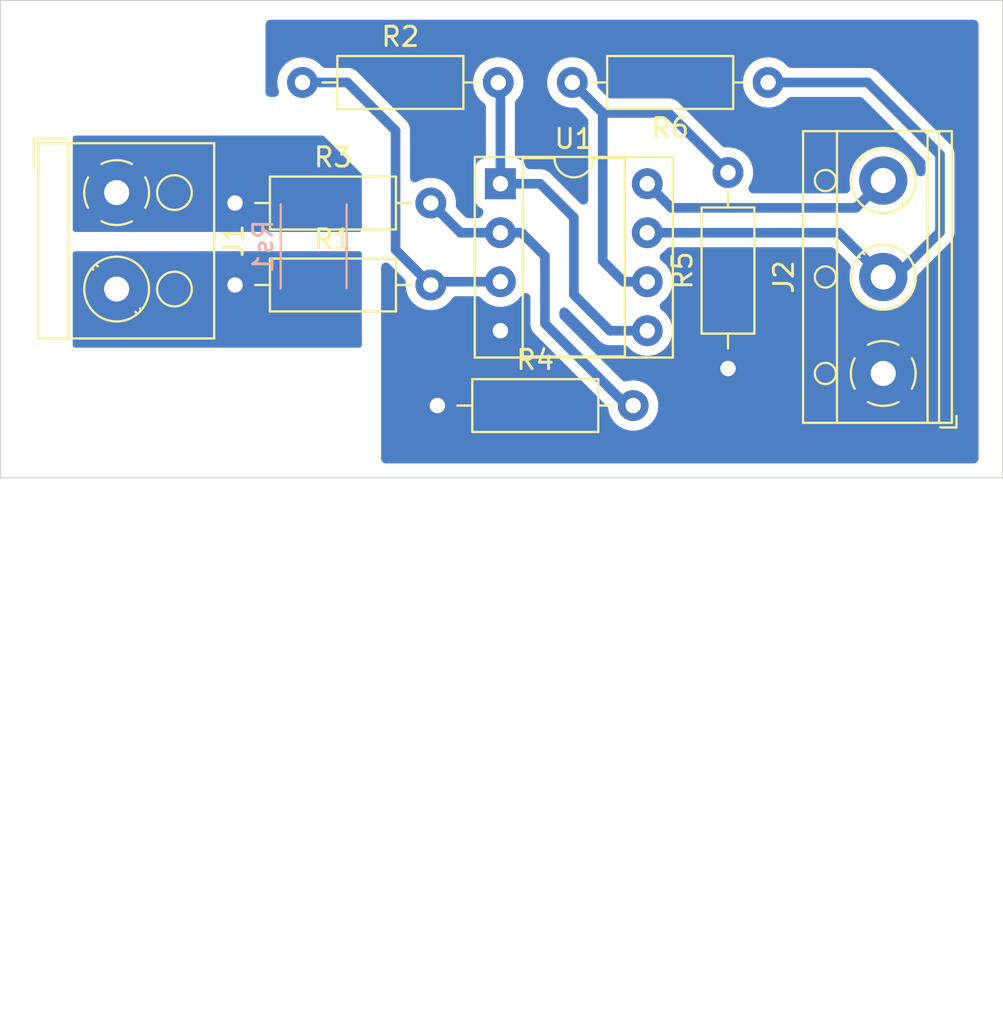
<source format=kicad_pcb>
(kicad_pcb (version 20241030) (generator "pcbnew") (generator_version "8.99")
  (layers (0 "F.Cu" signal) (2 "B.Cu" signal) (13 "F.Paste" user) (15 "B.Paste" user) (5 "F.SilkS" user "F.Silkscreen") (7 "B.SilkS" user "B.Silkscreen") (1 "F.Mask" user) (3 "B.Mask" user) (25 "Edge.Cuts" user))
  (net 0 "")
  (net 1 "VSS")
  (net 2 "U_opv1")
  (net 3 "U_opv2")
  (net 4 "Net-(J1-Pin_1)")
  (net 5 "Net-(U1A-+)")
  (net 6 "Net-(J1-Pin_2)")
  (net 7 "GND")
  (net 8 "Net-(U1B--)")
  (net 9 "Net-(U1A--)")
  (footprint "Resistor_THT:R_Axial_DIN0207_L6.3mm_D2.5mm_P10.16mm_Horizontal" (layer "F.Cu") (at 132.42 110.5)
    (property "Reference" "R3" (at 5.08 -2.37 0) (layer "F.SilkS"))
    (property "Value" "1k")
    (fp_line (start 1.04 0) (end 1.81 0) (stroke (width 0.12)) (layer "F.SilkS"))
    (fp_line (start 1.81 -1.37) (end 1.81 1.37) (stroke (width 0.12)) (layer "F.SilkS"))
    (fp_line (start 1.81 1.37) (end 8.35 1.37) (stroke (width 0.12)) (layer "F.SilkS"))
    (fp_line (start 8.35 -1.37) (end 1.81 -1.37) (stroke (width 0.12)) (layer "F.SilkS"))
    (fp_line (start 8.35 1.37) (end 8.35 -1.37) (stroke (width 0.12)) (layer "F.SilkS"))
    (fp_line (start 9.12 0) (end 8.35 0) (stroke (width 0.12)) (layer "F.SilkS"))
    (pad "1" thru_hole circle (at 0 0) (size 1.6 1.6) (drill 0.8) (layers "*.Cu" "*.Mask") (net 4 "Net-(J1-Pin_1)"))
    (pad "2" thru_hole oval (at 10.16 0) (size 1.6 1.6) (drill 0.8) (layers "*.Cu" "*.Mask") (net 9 "Net-(U1A--)"))
  )
  (footprint "Resistor_THT:R_Axial_DIN0207_L6.3mm_D2.5mm_P10.16mm_Horizontal" (layer "F.Cu") (at 160.08 104.25 180)
    (property "Reference" "R6" (at 5.08 -2.37 0) (layer "F.SilkS"))
    (property "Value" "12k")
    (fp_line (start 9.12 0) (end 8.35 0) (stroke (width 0.12)) (layer "F.SilkS"))
    (fp_line (start 8.35 1.37) (end 8.35 -1.37) (stroke (width 0.12)) (layer "F.SilkS"))
    (fp_line (start 8.35 -1.37) (end 1.81 -1.37) (stroke (width 0.12)) (layer "F.SilkS"))
    (fp_line (start 1.81 1.37) (end 8.35 1.37) (stroke (width 0.12)) (layer "F.SilkS"))
    (fp_line (start 1.81 -1.37) (end 1.81 1.37) (stroke (width 0.12)) (layer "F.SilkS"))
    (fp_line (start 1.04 0) (end 1.81 0) (stroke (width 0.12)) (layer "F.SilkS"))
    (pad "1" thru_hole circle (at 0 0 180) (size 1.6 1.6) (drill 0.8) (layers "*.Cu" "*.Mask") (net 2 "U_opv1"))
    (pad "2" thru_hole oval (at 10.16 0 180) (size 1.6 1.6) (drill 0.8) (layers "*.Cu" "*.Mask") (net 8 "Net-(U1B--)"))
  )
  (footprint "Package_DIP:DIP-8_W7.62mm_Socket" (layer "F.Cu") (at 146.19 109.5)
    (property "Reference" "U1" (at 3.81 -2.33 0) (layer "F.SilkS"))
    (property "Value" "LM358")
    (fp_line (start -1.33 -1.39) (end -1.33 9.01) (stroke (width 0.12)) (layer "F.SilkS"))
    (fp_line (start -1.33 9.01) (end 8.95 9.01) (stroke (width 0.12)) (layer "F.SilkS"))
    (fp_line (start 1.16 -1.33) (end 1.16 8.95) (stroke (width 0.12)) (layer "F.SilkS"))
    (fp_line (start 1.16 8.95) (end 6.46 8.95) (stroke (width 0.12)) (layer "F.SilkS"))
    (fp_line (start 2.81 -1.33) (end 1.16 -1.33) (stroke (width 0.12)) (layer "F.SilkS"))
    (fp_line (start 6.46 -1.33) (end 4.81 -1.33) (stroke (width 0.12)) (layer "F.SilkS"))
    (fp_line (start 6.46 8.95) (end 6.46 -1.33) (stroke (width 0.12)) (layer "F.SilkS"))
    (fp_line (start 8.95 -1.39) (end -1.33 -1.39) (stroke (width 0.12)) (layer "F.SilkS"))
    (fp_line (start 8.95 9.01) (end 8.95 -1.39) (stroke (width 0.12)) (layer "F.SilkS"))
    (fp_arc (start 4.81 -1.33) (mid 3.81 -0.33) (end 2.81 -1.33) (stroke (width 0.12)) (layer "F.SilkS"))
    (pad "1" thru_hole rect (at 0 0) (size 1.6 1.6) (drill 0.8) (layers "*.Cu" "*.Mask") (net 3 "U_opv2"))
    (pad "2" thru_hole oval (at 0 2.54) (size 1.6 1.6) (drill 0.8) (layers "*.Cu" "*.Mask") (net 9 "Net-(U1A--)"))
    (pad "3" thru_hole oval (at 0 5.08) (size 1.6 1.6) (drill 0.8) (layers "*.Cu" "*.Mask") (net 5 "Net-(U1A-+)"))
    (pad "4" thru_hole oval (at 0 7.62) (size 1.6 1.6) (drill 0.8) (layers "*.Cu" "*.Mask") (net 7 "GND"))
    (pad "5" thru_hole oval (at 7.62 7.62) (size 1.6 1.6) (drill 0.8) (layers "*.Cu" "*.Mask") (net 3 "U_opv2"))
    (pad "6" thru_hole oval (at 7.62 5.08) (size 1.6 1.6) (drill 0.8) (layers "*.Cu" "*.Mask") (net 8 "Net-(U1B--)"))
    (pad "7" thru_hole oval (at 7.62 2.54) (size 1.6 1.6) (drill 0.8) (layers "*.Cu" "*.Mask") (net 2 "U_opv1"))
    (pad "8" thru_hole oval (at 7.62 0) (size 1.6 1.6) (drill 0.8) (layers "*.Cu" "*.Mask") (net 1 "VSS"))
  )
  (footprint "TerminalBlock_RND:TerminalBlock_RND_205-00013_1x03_P5.00mm_Horizontal" (layer "F.Cu") (at 166.055 119.335 90)
    (property "Reference" "J2" (at 5 -5.16 90) (layer "F.SilkS"))
    (property "Value" "Screw_Terminal_01x03")
    (fp_line (start 12.56 -4.16) (end 12.56 3.561) (stroke (width 0.12)) (layer "F.SilkS"))
    (fp_line (start -2.56 -4.16) (end 12.56 -4.16) (stroke (width 0.12)) (layer "F.SilkS"))
    (fp_line (start -2.56 -4.16) (end -2.56 3.561) (stroke (width 0.12)) (layer "F.SilkS"))
    (fp_line (start -2.56 -2.4) (end 12.56 -2.4) (stroke (width 0.12)) (layer "F.SilkS"))
    (fp_line (start 11.07 -1.275) (end 11.011 -1.216) (stroke (width 0.12)) (layer "F.SilkS"))
    (fp_line (start 6.07 -1.275) (end 6.011 -1.216) (stroke (width 0.12)) (layer "F.SilkS"))
    (fp_line (start 11.275 -1.069) (end 11.181 -0.976) (stroke (width 0.12)) (layer "F.SilkS"))
    (fp_line (start 6.275 -1.069) (end 6.181 -0.976) (stroke (width 0.12)) (layer "F.SilkS"))
    (fp_line (start 8.82 0.976) (end 8.726 1.069) (stroke (width 0.12)) (layer "F.SilkS"))
    (fp_line (start 3.82 0.976) (end 3.726 1.069) (stroke (width 0.12)) (layer "F.SilkS"))
    (fp_line (start 8.99 1.216) (end 8.931 1.274) (stroke (width 0.12)) (layer "F.SilkS"))
    (fp_line (start 3.99 1.216) (end 3.931 1.274) (stroke (width 0.12)) (layer "F.SilkS"))
    (fp_line (start -2.56 2.3) (end 12.56 2.3) (stroke (width 0.12)) (layer "F.SilkS"))
    (fp_line (start -2.56 2.9) (end 12.56 2.9) (stroke (width 0.12)) (layer "F.SilkS"))
    (fp_line (start -2.8 2.96) (end -2.8 3.8) (stroke (width 0.12)) (layer "F.SilkS"))
    (fp_line (start -2.56 3.561) (end 12.56 3.561) (stroke (width 0.12)) (layer "F.SilkS"))
    (fp_line (start -2.8 3.8) (end -2.2 3.8) (stroke (width 0.12)) (layer "F.SilkS"))
    (fp_arc (start -0.789089 -1.483953) (mid -0.00005 -1.680708) (end 0.789 -1.484) (stroke (width 0.12)) (layer "F.SilkS"))
    (fp_arc (start 1.483953 -0.789089) (mid 1.680708 -0.00005) (end 1.484 0.789) (stroke (width 0.12)) (layer "F.SilkS"))
    (fp_arc (start -1.483953 0.789089) (mid -1.680708 0.00005) (end -1.484 -0.789) (stroke (width 0.12)) (layer "F.SilkS"))
    (fp_arc (start 0.788712 1.483352) (mid 0.406429 1.630097) (end 0 1.68) (stroke (width 0.12)) (layer "F.SilkS"))
    (fp_arc (start 0.029383 1.68045) (mid -0.392304 1.634281) (end -0.789 1.484) (stroke (width 0.12)) (layer "F.SilkS"))
    (fp_circle (center 10 -3) (end 10.55 -3) (stroke (width 0.12)) (fill none) (layer "F.SilkS"))
    (fp_circle (center 5 -3) (end 5.55 -3) (stroke (width 0.12)) (fill none) (layer "F.SilkS"))
    (fp_circle (center 0 -3) (end 0.55 -3) (stroke (width 0.12)) (fill none) (layer "F.SilkS"))
    (fp_circle (center 10 0) (end 11.68 0) (stroke (width 0.12)) (fill none) (layer "F.SilkS"))
    (fp_circle (center 5 0) (end 6.68 0) (stroke (width 0.12)) (fill none) (layer "F.SilkS"))
    (pad "1" thru_hole rect (at 0 0 90) (size 2.5 2.5) (drill 1.3) (layers "*.Cu" "*.Mask") (net 7 "GND"))
    (pad "2" thru_hole circle (at 5 0 90) (size 2.5 2.5) (drill 1.3) (layers "*.Cu" "*.Mask") (net 2 "U_opv1"))
    (pad "3" thru_hole circle (at 10 0 90) (size 2.5 2.5) (drill 1.3) (layers "*.Cu" "*.Mask") (net 1 "VSS"))
  )
  (footprint "Resistor_THT:R_Axial_DIN0207_L6.3mm_D2.5mm_P10.16mm_Horizontal" (layer "F.Cu") (at 132.42 114.75)
    (property "Reference" "R1" (at 5.08 -2.37 0) (layer "F.SilkS"))
    (property "Value" "1k")
    (fp_line (start 1.04 0) (end 1.81 0) (stroke (width 0.12)) (layer "F.SilkS"))
    (fp_line (start 1.81 -1.37) (end 1.81 1.37) (stroke (width 0.12)) (layer "F.SilkS"))
    (fp_line (start 1.81 1.37) (end 8.35 1.37) (stroke (width 0.12)) (layer "F.SilkS"))
    (fp_line (start 8.35 -1.37) (end 1.81 -1.37) (stroke (width 0.12)) (layer "F.SilkS"))
    (fp_line (start 8.35 1.37) (end 8.35 -1.37) (stroke (width 0.12)) (layer "F.SilkS"))
    (fp_line (start 9.12 0) (end 8.35 0) (stroke (width 0.12)) (layer "F.SilkS"))
    (pad "1" thru_hole circle (at 0 0) (size 1.6 1.6) (drill 0.8) (layers "*.Cu" "*.Mask") (net 6 "Net-(J1-Pin_2)"))
    (pad "2" thru_hole oval (at 10.16 0) (size 1.6 1.6) (drill 0.8) (layers "*.Cu" "*.Mask") (net 5 "Net-(U1A-+)"))
  )
  (footprint "Resistor_THT:R_Axial_DIN0207_L6.3mm_D2.5mm_P10.16mm_Horizontal" (layer "F.Cu") (at 158 119.08 90)
    (property "Reference" "R5" (at 5.08 -2.37 90) (layer "F.SilkS"))
    (property "Value" "1k")
    (fp_line (start 8.35 -1.37) (end 1.81 -1.37) (stroke (width 0.12)) (layer "F.SilkS"))
    (fp_line (start 1.81 -1.37) (end 1.81 1.37) (stroke (width 0.12)) (layer "F.SilkS"))
    (fp_line (start 9.12 0) (end 8.35 0) (stroke (width 0.12)) (layer "F.SilkS"))
    (fp_line (start 1.04 0) (end 1.81 0) (stroke (width 0.12)) (layer "F.SilkS"))
    (fp_line (start 8.35 1.37) (end 8.35 -1.37) (stroke (width 0.12)) (layer "F.SilkS"))
    (fp_line (start 1.81 1.37) (end 8.35 1.37) (stroke (width 0.12)) (layer "F.SilkS"))
    (pad "1" thru_hole circle (at 0 0 90) (size 1.6 1.6) (drill 0.8) (layers "*.Cu" "*.Mask") (net 7 "GND"))
    (pad "2" thru_hole oval (at 10.16 0 90) (size 1.6 1.6) (drill 0.8) (layers "*.Cu" "*.Mask") (net 8 "Net-(U1B--)"))
  )
  (footprint "Resistor_THT:R_Axial_DIN0207_L6.3mm_D2.5mm_P10.16mm_Horizontal" (layer "F.Cu") (at 135.92 104.25)
    (property "Reference" "R2" (at 5.08 -2.37 0) (layer "F.SilkS"))
    (property "Value" "4k7")
    (fp_line (start 1.04 0) (end 1.81 0) (stroke (width 0.12)) (layer "F.SilkS"))
    (fp_line (start 1.81 -1.37) (end 1.81 1.37) (stroke (width 0.12)) (layer "F.SilkS"))
    (fp_line (start 1.81 1.37) (end 8.35 1.37) (stroke (width 0.12)) (layer "F.SilkS"))
    (fp_line (start 8.35 -1.37) (end 1.81 -1.37) (stroke (width 0.12)) (layer "F.SilkS"))
    (fp_line (start 8.35 1.37) (end 8.35 -1.37) (stroke (width 0.12)) (layer "F.SilkS"))
    (fp_line (start 9.12 0) (end 8.35 0) (stroke (width 0.12)) (layer "F.SilkS"))
    (pad "1" thru_hole circle (at 0 0) (size 1.6 1.6) (drill 0.8) (layers "*.Cu" "*.Mask") (net 5 "Net-(U1A-+)"))
    (pad "2" thru_hole oval (at 10.16 0) (size 1.6 1.6) (drill 0.8) (layers "*.Cu" "*.Mask") (net 3 "U_opv2"))
  )
  (footprint "Resistor_THT:R_Axial_DIN0207_L6.3mm_D2.5mm_P10.16mm_Horizontal" (layer "F.Cu") (at 142.92 121)
    (property "Reference" "R4" (at 5.08 -2.37 0) (layer "F.SilkS"))
    (property "Value" "4k7")
    (fp_line (start 1.04 0) (end 1.81 0) (stroke (width 0.12)) (layer "F.SilkS"))
    (fp_line (start 1.81 -1.37) (end 1.81 1.37) (stroke (width 0.12)) (layer "F.SilkS"))
    (fp_line (start 1.81 1.37) (end 8.35 1.37) (stroke (width 0.12)) (layer "F.SilkS"))
    (fp_line (start 8.35 -1.37) (end 1.81 -1.37) (stroke (width 0.12)) (layer "F.SilkS"))
    (fp_line (start 8.35 1.37) (end 8.35 -1.37) (stroke (width 0.12)) (layer "F.SilkS"))
    (fp_line (start 9.12 0) (end 8.35 0) (stroke (width 0.12)) (layer "F.SilkS"))
    (pad "1" thru_hole circle (at 0 0) (size 1.6 1.6) (drill 0.8) (layers "*.Cu" "*.Mask") (net 7 "GND"))
    (pad "2" thru_hole oval (at 10.16 0) (size 1.6 1.6) (drill 0.8) (layers "*.Cu" "*.Mask") (net 9 "Net-(U1A--)"))
  )
  (footprint "TerminalBlock_RND:TerminalBlock_RND_205-00001_1x02_P5.00mm_Horizontal" (layer "F.Cu") (at 126.2775 109.96 -90)
    (property "Reference" "J1" (at 2.5 -6.06 -90) (layer "F.SilkS"))
    (property "Value" "Screw_Terminal_01x02")
    (fp_line (start -2.8 4.3) (end -1.3 4.3) (stroke (width 0.12)) (layer "F.SilkS"))
    (fp_line (start -2.56 4.06) (end 7.56 4.06) (stroke (width 0.12)) (layer "F.SilkS"))
    (fp_line (start -2.8 2.56) (end -2.8 4.3) (stroke (width 0.12)) (layer "F.SilkS"))
    (fp_line (start -2.56 2.5) (end 7.56 2.5) (stroke (width 0.12)) (layer "F.SilkS"))
    (fp_line (start 3.99 1.216) (end 3.931 1.274) (stroke (width 0.12)) (layer "F.SilkS"))
    (fp_line (start 3.82 0.976) (end 3.726 1.069) (stroke (width 0.12)) (layer "F.SilkS"))
    (fp_line (start 6.275 -1.069) (end 6.181 -0.976) (stroke (width 0.12)) (layer "F.SilkS"))
    (fp_line (start 6.07 -1.275) (end 6.011 -1.216) (stroke (width 0.12)) (layer "F.SilkS"))
    (fp_line (start -2.56 -5.06) (end -2.56 4.06) (stroke (width 0.12)) (layer "F.SilkS"))
    (fp_line (start -2.56 -5.06) (end 7.56 -5.06) (stroke (width 0.12)) (layer "F.SilkS"))
    (fp_line (start 7.56 -5.06) (end 7.56 4.06) (stroke (width 0.12)) (layer "F.SilkS"))
    (fp_arc (start 0.029383 1.68045) (mid -0.392304 1.634281) (end -0.789 1.484) (stroke (width 0.12)) (layer "F.SilkS"))
    (fp_arc (start 0.788712 1.483352) (mid 0.406429 1.630097) (end 0 1.68) (stroke (width 0.12)) (layer "F.SilkS"))
    (fp_arc (start -1.483953 0.789089) (mid -1.680708 0.00005) (end -1.484 -0.789) (stroke (width 0.12)) (layer "F.SilkS"))
    (fp_arc (start 1.483953 -0.789089) (mid 1.680708 -0.00005) (end 1.484 0.789) (stroke (width 0.12)) (layer "F.SilkS"))
    (fp_arc (start -0.789089 -1.483953) (mid -0.00005 -1.680708) (end 0.789 -1.484) (stroke (width 0.12)) (layer "F.SilkS"))
    (fp_circle (center 5 0) (end 6.68 0) (stroke (width 0.12)) (fill none) (layer "F.SilkS"))
    (fp_circle (center 0 -3) (end 0.9 -3) (stroke (width 0.12)) (fill none) (layer "F.SilkS"))
    (fp_circle (center 5 -3) (end 5.9 -3) (stroke (width 0.12)) (fill none) (layer "F.SilkS"))
    (pad "1" thru_hole rect (at 0 0 270) (size 2.5 2.5) (drill 1.3) (layers "*.Cu" "*.Mask") (net 4 "Net-(J1-Pin_1)"))
    (pad "2" thru_hole circle (at 5 0 270) (size 2.5 2.5) (drill 1.3) (layers "*.Cu" "*.Mask") (net 6 "Net-(J1-Pin_2)"))
  )
  (footprint "Resistor_SMD:R_2512_6332Metric_Pad1.40x3.35mm_HandSolder" (layer "B.Cu") (at 136.5 112.75 -90)
    (property "Reference" "Rs1" (at 0 2.62 90) (layer "B.SilkS") (effects (justify mirror)))
    (property "Value" "R_shunt")
    (fp_line (start -2.177064 1.71) (end 2.177064 1.71) (stroke (width 0.12)) (layer "B.SilkS"))
    (fp_line (start -2.177064 -1.71) (end 2.177064 -1.71) (stroke (width 0.12)) (layer "B.SilkS"))
    (pad "1" smd roundrect (at -3.05 0 270) (size 1.4 3.35) (layers "B.Cu" "B.Mask" "B.Paste") (roundrect_rratio 0.178571) (net 4 "Net-(J1-Pin_1)"))
    (pad "2" smd roundrect (at 3.05 0 270) (size 1.4 3.35) (layers "B.Cu" "B.Mask" "B.Paste") (roundrect_rratio 0.178571) (net 6 "Net-(J1-Pin_2)"))
  )
  (gr_rect (start 120.25 100) (end 172.25 124.75) (stroke (width 0.05)) (fill none) (layer "Edge.Cuts"))
  (segment (start 153.975 109.335) (end 153.81 109.5) (width 0.2) (layer "B.Cu") (net 1))
  (segment (start 164.64 110.75) (end 155.06 110.75) (width 0.5) (layer "B.Cu") (net 1))
  (segment (start 166.055 109.335) (end 164.64 110.75) (width 0.5) (layer "B.Cu") (net 1))
  (segment (start 155.06 110.75) (end 153.81 109.5) (width 0.5) (layer "B.Cu") (net 1))
  (segment (start 169 108) (end 169 112) (width 0.5) (layer "B.Cu") (net 2))
  (segment (start 166.055 114.335) (end 163.76 112.04) (width 0.5) (layer "B.Cu") (net 2))
  (segment (start 166.665 114.335) (end 166.055 114.335) (width 0.5) (layer "B.Cu") (net 2))
  (segment (start 165.25 104.25) (end 169 108) (width 0.5) (layer "B.Cu") (net 2))
  (segment (start 163.76 112.04) (end 153.81 112.04) (width 0.5) (layer "B.Cu") (net 2))
  (segment (start 165.25 104.25) (end 160.08 104.25) (width 0.5) (layer "B.Cu") (net 2))
  (segment (start 169 112) (end 166.665 114.335) (width 0.5) (layer "B.Cu") (net 2))
  (segment (start 153.81 117.12) (end 151.87 117.12) (width 0.5) (layer "B.Cu") (net 3))
  (segment (start 150 115.25) (end 150 111.25) (width 0.5) (layer "B.Cu") (net 3))
  (segment (start 146.08 109.39) (end 146.19 109.5) (width 0.5) (layer "B.Cu") (net 3))
  (segment (start 151.87 117.12) (end 150 115.25) (width 0.5) (layer "B.Cu") (net 3))
  (segment (start 150 111.25) (end 148.25 109.5) (width 0.5) (layer "B.Cu") (net 3))
  (segment (start 146.19 109.5) (end 146.19 104.36) (width 0.5) (layer "B.Cu") (net 3))
  (segment (start 146.19 104.36) (end 146.08 104.25) (width 0.5) (layer "B.Cu") (net 3))
  (segment (start 148.25 109.5) (end 146.19 109.5) (width 0.5) (layer "B.Cu") (net 3))
  (segment (start 142.58 114.75) (end 142.25 114.75) (width 0.5) (layer "B.Cu") (net 5))
  (segment (start 142.75 114.58) (end 142.58 114.75) (width 0.5) (layer "B.Cu") (net 5))
  (segment (start 146.08 114.58) (end 146 114.5) (width 0.5) (layer "B.Cu") (net 5))
  (segment (start 142.58 114.75) (end 140.75 112.92) (width 0.5) (layer "B.Cu") (net 5))
  (segment (start 146.19 114.58) (end 142.75 114.58) (width 0.5) (layer "B.Cu") (net 5))
  (segment (start 140.75 106.75) (end 138.25 104.25) (width 0.5) (layer "B.Cu") (net 5))
  (segment (start 140.75 112.92) (end 140.75 106.75) (width 0.5) (layer "B.Cu") (net 5))
  (segment (start 146.19 114.58) (end 146.08 114.58) (width 0.5) (layer "B.Cu") (net 5))
  (segment (start 138.25 104.25) (end 135.92 104.25) (width 0.5) (layer "B.Cu") (net 5))
  (segment (start 166.055 119.335) (end 158.255 119.335) (width 0.5) (layer "B.Cu") (net 7))
  (segment (start 159 119.335) (end 159 119.33) (width 0.5) (layer "B.Cu") (net 7))
  (segment (start 158.255 119.335) (end 158 119.08) (width 0.5) (layer "B.Cu") (net 7))
  (segment (start 144.92 123) (end 142.92 121) (width 0.5) (layer "B.Cu") (net 7))
  (segment (start 154.08 123) (end 144.92 123) (width 0.5) (layer "B.Cu") (net 7))
  (segment (start 158 119.08) (end 154.08 123) (width 0.5) (layer "B.Cu") (net 7))
  (segment (start 142.92 121) (end 142.92 120.39) (width 0.5) (layer "B.Cu") (net 7))
  (segment (start 142.92 120.39) (end 146.19 117.12) (width 0.5) (layer "B.Cu") (net 7))
  (segment (start 149.92 104.25) (end 151.5 105.83) (width 0.5) (layer "B.Cu") (net 8))
  (segment (start 154.91 105.83) (end 151.5 105.83) (width 0.5) (layer "B.Cu") (net 8))
  (segment (start 152.58 114.58) (end 151.5 113.5) (width 0.5) (layer "B.Cu") (net 8))
  (segment (start 158 108.92) (end 154.91 105.83) (width 0.5) (layer "B.Cu") (net 8))
  (segment (start 153.81 114.58) (end 152.58 114.58) (width 0.5) (layer "B.Cu") (net 8))
  (segment (start 151.5 113.5) (end 151.5 105.83) (width 0.5) (layer "B.Cu") (net 8))
  (segment (start 148.5 116.75) (end 152.75 121) (width 0.5) (layer "B.Cu") (net 9))
  (segment (start 152.75 121) (end 153.08 121) (width 0.5) (layer "B.Cu") (net 9))
  (segment (start 147.29 112.04) (end 148.5 113.25) (width 0.5) (layer "B.Cu") (net 9))
  (segment (start 146.19 112.04) (end 147.29 112.04) (width 0.5) (layer "B.Cu") (net 9))
  (segment (start 142.58 110.5) (end 144.12 112.04) (width 0.5) (layer "B.Cu") (net 9))
  (segment (start 148.5 113.25) (end 148.5 116.75) (width 0.5) (layer "B.Cu") (net 9))
  (segment (start 144.12 112.04) (end 146.19 112.04) (width 0.5) (layer "B.Cu") (net 9))
  (zone (net 6) (net_name "Net-(J1-Pin_2)") (layer "B.Cu") (priority 1) (connect_pads yes (clearance 0.5)) (min_thickness 0.25) (fill yes (thermal_gap 0.5) (thermal_bridge_width 0.5))
    (polygon (pts (xy 124 113) (xy 139 113) (xy 139 118) (xy 124 118)))
  )
  (zone (net 4) (net_name "Net-(J1-Pin_1)") (layer "B.Cu") (connect_pads yes (clearance 0.5)) (min_thickness 0.25) (fill yes (thermal_gap 0.5) (thermal_bridge_width 0.5))
    (polygon (pts (xy 124 112) (xy 139 112) (xy 139 109) (xy 137 107) (xy 124 107)))
  )
  (zone (net 7) (net_name "GND") (layer "B.Cu") (priority 2) (connect_pads yes (clearance 0.5)) (min_thickness 0.5) (fill yes (thermal_gap 0.5) (thermal_bridge_width 0.5))
    (polygon (pts (xy 134 101) (xy 171 101) (xy 171 124) (xy 140 124) (xy 140 107) (xy 138 105) (xy 134 105)))
  )
)
</source>
